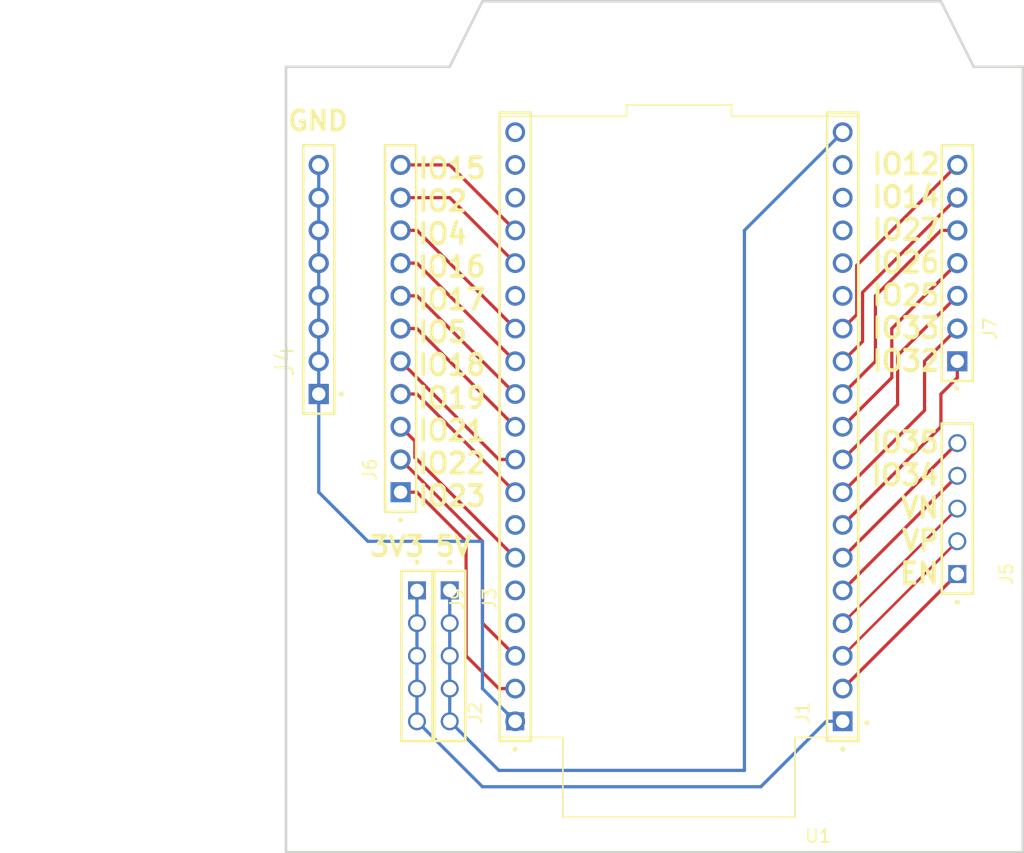
<source format=kicad_pcb>
(kicad_pcb (version 20221018) (generator pcbnew)
  (layers (0 "F.Cu" signal) (31 "B.Cu" signal) (34 "B.Paste" user) (35 "F.Paste" user) (36 "B.SilkS" user "B.Silkscreen") (37 "F.SilkS" user "F.Silkscreen") (38 "B.Mask" user) (39 "F.Mask" user) (44 "Edge.Cuts" user))
  (net 0 "")
  (net 1 "/3V3")
  (net 2 "/EN")
  (net 3 "/VP")
  (net 4 "/VN")
  (net 5 "/34")
  (net 6 "/35")
  (net 7 "/32")
  (net 8 "/33")
  (net 9 "/25")
  (net 10 "/26")
  (net 11 "/27")
  (net 12 "/14")
  (net 13 "/12")
  (net 14 "/GND1")
  (net 15 "/13")
  (net 16 "/D2")
  (net 17 "/D3")
  (net 18 "/CMD")
  (net 19 "/5V")
  (net 20 "/GND3")
  (net 21 "/23")
  (net 22 "/22")
  (net 23 "/TX0")
  (net 24 "/RX0")
  (net 25 "/21")
  (net 26 "/GND2")
  (net 27 "/19")
  (net 28 "/18")
  (net 29 "/5")
  (net 30 "/17")
  (net 31 "/16")
  (net 32 "/4")
  (net 33 "/0")
  (net 34 "/2")
  (net 35 "/15")
  (net 36 "/D1")
  (net 37 "/D0")
  (net 38 "/CLK")
  (footprint "SSW-111-01-X-S:SAMTEC_SSW-111-01-X-S" (layer "F.Cu") (at 133.35 77.47 90)
    (fp_text reference "J6" (at -10.935 -2.385 90) (layer "F.SilkS"))
    (fp_text value "SSW-111-01-X-S")
    (fp_line (start -14.225 -1.205) (end 14.225 -1.205) (stroke (width 0.2)) (layer "F.SilkS"))
    (fp_line (start -14.225 1.205) (end -14.225 -1.205) (stroke (width 0.2)) (layer "F.SilkS"))
    (fp_line (start 14.225 -1.205) (end 14.225 1.205) (stroke (width 0.2)) (layer "F.SilkS"))
    (fp_line (start 14.225 1.205) (end -14.225 1.205) (stroke (width 0.2)) (layer "F.SilkS"))
    (fp_circle (center -14.85 0) (end -14.75 0) (stroke (width 0.2)) (fill none) (layer "F.SilkS"))
    (pad "01" thru_hole rect (at -12.7 0 90) (size 1.56 1.56) (drill 1.04) (layers "*.Cu" "*.Mask") (net 21 "/23"))
    (pad "02" thru_hole circle (at -10.16 0 90) (size 1.56 1.56) (drill 1.04) (layers "*.Cu" "*.Mask") (net 22 "/22"))
    (pad "03" thru_hole circle (at -7.62 0 90) (size 1.56 1.56) (drill 1.04) (layers "*.Cu" "*.Mask") (net 25 "/21"))
    (pad "04" thru_hole circle (at -5.08 0 90) (size 1.56 1.56) (drill 1.04) (layers "*.Cu" "*.Mask") (net 27 "/19"))
    (pad "05" thru_hole circle (at -2.54 0 90) (size 1.56 1.56) (drill 1.04) (layers "*.Cu" "*.Mask") (net 28 "/18"))
    (pad "06" thru_hole circle (at 0 0 90) (size 1.56 1.56) (drill 1.04) (layers "*.Cu" "*.Mask") (net 29 "/5"))
    (pad "07" thru_hole circle (at 2.54 0 90) (size 1.56 1.56) (drill 1.04) (layers "*.Cu" "*.Mask") (net 30 "/17"))
    (pad "08" thru_hole circle (at 5.08 0 90) (size 1.56 1.56) (drill 1.04) (layers "*.Cu" "*.Mask") (net 31 "/16"))
    (pad "09" thru_hole circle (at 7.62 0 90) (size 1.56 1.56) (drill 1.04) (layers "*.Cu" "*.Mask") (net 32 "/4"))
    (pad "10" thru_hole circle (at 10.16 0 90) (size 1.56 1.56) (drill 1.04) (layers "*.Cu" "*.Mask") (net 34 "/2"))
    (pad "11" thru_hole circle (at 12.7 0 90) (size 1.56 1.56) (drill 1.04) (layers "*.Cu" "*.Mask") (net 35 "/15"))
  )
  (footprint "MountingHole:MountingHole_3.2mm_M3" (layer "F.Cu") (at 128.27 106.68 180)
    (fp_text reference "REF**" hide)
    (fp_text value "MountingHole_3.2mm_M3")
    (pad "" np_thru_hole circle (at 0 0 180) (size 3.2 3.2) (drill 3.2) (layers "F&B.Cu" "*.Mask"))
  )
  (footprint "MountingHole:MountingHole_3.2mm_M3" (layer "F.Cu") (at 143.51 55.88 180)
    (fp_text reference "REF**" hide)
    (fp_text value "MountingHole_3.2mm_M3" hide)
    (pad "" np_thru_hole circle (at 0 0 180) (size 3.2 3.2) (drill 3.2) (layers "F&B.Cu" "*.Mask"))
  )
  (footprint "SSW-119-01-G-S:SAMTEC_SSW-119-01-G-S" (layer "F.Cu") (at 142.24 107.95 90)
    (fp_text reference "J2" (at 0.65 -3.0915 90) (layer "F.SilkS"))
    (fp_text value "SSW-119-01-G-S")
    (fp_line (start -1.525 1.2065) (end -1.525 -1.2065) (stroke (width 0.2)) (layer "F.SilkS"))
    (fp_line (start 47.245 -1.2065) (end -1.525 -1.2065) (stroke (width 0.2)) (layer "F.SilkS"))
    (fp_line (start 47.245 -1.2065) (end 47.245 1.2065) (stroke (width 0.2)) (layer "F.SilkS"))
    (fp_line (start 47.245 1.2065) (end -1.525 1.2065) (stroke (width 0.2)) (layer "F.SilkS"))
    (fp_circle (center -2.175 0) (end -2.075 0) (stroke (width 0.2)) (fill none) (layer "F.SilkS"))
    (pad "01" thru_hole rect (at 0 0 90) (size 1.39 1.39) (drill 1.04) (layers "*.Cu" "*.Mask") (net 20 "/GND3"))
    (pad "02" thru_hole circle (at 2.54 0 90) (size 1.39 1.39) (drill 1.04) (layers "*.Cu" "*.Mask") (net 21 "/23"))
    (pad "03" thru_hole circle (at 5.08 0 90) (size 1.39 1.39) (drill 1.04) (layers "*.Cu" "*.Mask") (net 22 "/22"))
    (pad "04" thru_hole circle (at 7.62 0 90) (size 1.39 1.39) (drill 1.04) (layers "*.Cu" "*.Mask") (net 23 "/TX0"))
    (pad "05" thru_hole circle (at 10.16 0 90) (size 1.39 1.39) (drill 1.04) (layers "*.Cu" "*.Mask") (net 24 "/RX0"))
    (pad "06" thru_hole circle (at 12.7 0 90) (size 1.39 1.39) (drill 1.04) (layers "*.Cu" "*.Mask") (net 25 "/21"))
    (pad "07" thru_hole circle (at 15.24 0 90) (size 1.39 1.39) (drill 1.04) (layers "*.Cu" "*.Mask") (net 26 "/GND2"))
    (pad "08" thru_hole circle (at 17.78 0 90) (size 1.39 1.39) (drill 1.04) (layers "*.Cu" "*.Mask") (net 27 "/19"))
    (pad "09" thru_hole circle (at 20.32 0 90) (size 1.39 1.39) (drill 1.04) (layers "*.Cu" "*.Mask") (net 28 "/18"))
    (pad "10" thru_hole circle (at 22.86 0 90) (size 1.39 1.39) (drill 1.04) (layers "*.Cu" "*.Mask") (net 29 "/5"))
    (pad "11" thru_hole circle (at 25.4 0 90) (size 1.39 1.39) (drill 1.04) (layers "*.Cu" "*.Mask") (net 30 "/17"))
    (pad "12" thru_hole circle (at 27.94 0 90) (size 1.39 1.39) (drill 1.04) (layers "*.Cu" "*.Mask") (net 31 "/16"))
    (pad "13" thru_hole circle (at 30.48 0 90) (size 1.39 1.39) (drill 1.04) (layers "*.Cu" "*.Mask") (net 32 "/4"))
    (pad "14" thru_hole circle (at 33.02 0 90) (size 1.39 1.39) (drill 1.04) (layers "*.Cu" "*.Mask") (net 33 "/0"))
    (pad "15" thru_hole circle (at 35.56 0 90) (size 1.39 1.39) (drill 1.04) (layers "*.Cu" "*.Mask") (net 34 "/2"))
    (pad "16" thru_hole circle (at 38.1 0 90) (size 1.39 1.39) (drill 1.04) (layers "*.Cu" "*.Mask") (net 35 "/15"))
    (pad "17" thru_hole circle (at 40.64 0 90) (size 1.39 1.39) (drill 1.04) (layers "*.Cu" "*.Mask") (net 36 "/D1"))
    (pad "18" thru_hole circle (at 43.18 0 90) (size 1.39 1.39) (drill 1.04) (layers "*.Cu" "*.Mask") (net 37 "/D0"))
    (pad "19" thru_hole circle (at 45.72 0 90) (size 1.39 1.39) (drill 1.04) (layers "*.Cu" "*.Mask") (net 38 "/CLK"))
  )
  (footprint "MountingHole:MountingHole_3.2mm_M3" (layer "F.Cu") (at 171.45 55.88 180)
    (fp_text reference "REF**" hide)
    (fp_text value "MountingHole_3.2mm_M3" hide)
    (pad "" np_thru_hole circle (at 0 0 180) (size 3.2 3.2) (drill 3.2) (layers "F&B.Cu" "*.Mask"))
  )
  (footprint "SSW-105-01-G-S:SAMTEC_SSW-105-01-G-S" (layer "F.Cu") (at 137.16 97.79 -90)
    (fp_text reference "J3" (at 0.65 -3.0915 90) (layer "F.SilkS"))
    (fp_text value "SSW-105-01-G-S")
    (fp_line (start -1.525 1.2065) (end -1.525 -1.2065) (stroke (width 0.2)) (layer "F.SilkS"))
    (fp_line (start 11.685 -1.2065) (end -1.525 -1.2065) (stroke (width 0.2)) (layer "F.SilkS"))
    (fp_line (start 11.685 -1.2065) (end 11.685 1.2065) (stroke (width 0.2)) (layer "F.SilkS"))
    (fp_line (start 11.685 1.2065) (end -1.525 1.2065) (stroke (width 0.2)) (layer "F.SilkS"))
    (fp_circle (center -2.175 0) (end -2.075 0) (stroke (width 0.2)) (fill none) (layer "F.SilkS"))
    (pad "01" thru_hole rect (at 0 0 270) (size 1.39 1.39) (drill 1.04) (layers "*.Cu" "*.Mask") (net 19 "/5V"))
    (pad "02" thru_hole circle (at 2.54 0 270) (size 1.39 1.39) (drill 1.04) (layers "*.Cu" "*.Mask") (net 19 "/5V"))
    (pad "03" thru_hole circle (at 5.08 0 270) (size 1.39 1.39) (drill 1.04) (layers "*.Cu" "*.Mask") (net 19 "/5V"))
    (pad "04" thru_hole circle (at 7.62 0 270) (size 1.39 1.39) (drill 1.04) (layers "*.Cu" "*.Mask") (net 19 "/5V"))
    (pad "05" thru_hole circle (at 10.16 0 270) (size 1.39 1.39) (drill 1.04) (layers "*.Cu" "*.Mask") (net 19 "/5V"))
  )
  (footprint "SSW-119-01-G-S:SAMTEC_SSW-119-01-G-S" (layer "F.Cu") (at 167.64 107.95 90)
    (fp_text reference "J1" (at 0.65 -3.0915 90) (layer "F.SilkS"))
    (fp_text value "SSW-119-01-G-S")
    (fp_line (start -1.525 1.2065) (end -1.525 -1.2065) (stroke (width 0.2)) (layer "F.SilkS"))
    (fp_line (start 47.245 -1.2065) (end -1.525 -1.2065) (stroke (width 0.2)) (layer "F.SilkS"))
    (fp_line (start 47.245 -1.2065) (end 47.245 1.2065) (stroke (width 0.2)) (layer "F.SilkS"))
    (fp_line (start 47.245 1.2065) (end -1.525 1.2065) (stroke (width 0.2)) (layer "F.SilkS"))
    (fp_circle (center -2.175 0) (end -2.075 0) (stroke (width 0.2)) (fill none) (layer "F.SilkS"))
    (pad "01" thru_hole rect (at 0 0 90) (size 1.39 1.39) (drill 1.04) (layers "*.Cu" "*.Mask") (net 1 "/3V3"))
    (pad "02" thru_hole circle (at 2.54 0 90) (size 1.39 1.39) (drill 1.04) (layers "*.Cu" "*.Mask") (net 2 "/EN"))
    (pad "03" thru_hole circle (at 5.08 0 90) (size 1.39 1.39) (drill 1.04) (layers "*.Cu" "*.Mask") (net 3 "/VP"))
    (pad "04" thru_hole circle (at 7.62 0 90) (size 1.39 1.39) (drill 1.04) (layers "*.Cu" "*.Mask") (net 4 "/VN"))
    (pad "05" thru_hole circle (at 10.16 0 90) (size 1.39 1.39) (drill 1.04) (layers "*.Cu" "*.Mask") (net 5 "/34"))
    (pad "06" thru_hole circle (at 12.7 0 90) (size 1.39 1.39) (drill 1.04) (layers "*.Cu" "*.Mask") (net 6 "/35"))
    (pad "07" thru_hole circle (at 15.24 0 90) (size 1.39 1.39) (drill 1.04) (layers "*.Cu" "*.Mask") (net 7 "/32"))
    (pad "08" thru_hole circle (at 17.78 0 90) (size 1.39 1.39) (drill 1.04) (layers "*.Cu" "*.Mask") (net 8 "/33"))
    (pad "09" thru_hole circle (at 20.32 0 90) (size 1.39 1.39) (drill 1.04) (layers "*.Cu" "*.Mask") (net 9 "/25"))
    (pad "10" thru_hole circle (at 22.86 0 90) (size 1.39 1.39) (drill 1.04) (layers "*.Cu" "*.Mask") (net 10 "/26"))
    (pad "11" thru_hole circle (at 25.4 0 90) (size 1.39 1.39) (drill 1.04) (layers "*.Cu" "*.Mask") (net 11 "/27"))
    (pad "12" thru_hole circle (at 27.94 0 90) (size 1.39 1.39) (drill 1.04) (layers "*.Cu" "*.Mask") (net 12 "/14"))
    (pad "13" thru_hole circle (at 30.48 0 90) (size 1.39 1.39) (drill 1.04) (layers "*.Cu" "*.Mask") (net 13 "/12"))
    (pad "14" thru_hole circle (at 33.02 0 90) (size 1.39 1.39) (drill 1.04) (layers "*.Cu" "*.Mask") (net 14 "/GND1"))
    (pad "15" thru_hole circle (at 35.56 0 90) (size 1.39 1.39) (drill 1.04) (layers "*.Cu" "*.Mask") (net 15 "/13"))
    (pad "16" thru_hole circle (at 38.1 0 90) (size 1.39 1.39) (drill 1.04) (layers "*.Cu" "*.Mask") (net 16 "/D2"))
    (pad "17" thru_hole circle (at 40.64 0 90) (size 1.39 1.39) (drill 1.04) (layers "*.Cu" "*.Mask") (net 17 "/D3"))
    (pad "18" thru_hole circle (at 43.18 0 90) (size 1.39 1.39) (drill 1.04) (layers "*.Cu" "*.Mask") (net 18 "/CMD"))
    (pad "19" thru_hole circle (at 45.72 0 90) (size 1.39 1.39) (drill 1.04) (layers "*.Cu" "*.Mask") (net 19 "/5V"))
  )
  (footprint "SSW-108-XX-X-S:SAMTEC_SSW-108-XX-X-S" (layer "F.Cu") (at 127 73.66 90)
    (fp_text reference "J4" (at -6.35 -2.639 90) (layer "F.SilkS") (effects (font (size 1.4 1.4))))
    (fp_text value "SSW-108-XX-X-S")
    (fp_line (start -10.415 -1.205) (end 10.415 -1.205) (stroke (width 0.2)) (layer "F.SilkS"))
    (fp_line (start -10.415 1.205) (end -10.415 -1.205) (stroke (width 0.2)) (layer "F.SilkS"))
    (fp_line (start 10.415 -1.205) (end 10.415 1.205) (stroke (width 0.2)) (layer "F.SilkS"))
    (fp_line (start 10.415 1.205) (end -10.415 1.205) (stroke (width 0.2)) (layer "F.SilkS"))
    (fp_circle (center -8.89 1.75) (end -8.79 1.75) (stroke (width 0.2)) (fill none) (layer "F.SilkS"))
    (pad "01" thru_hole rect (at -8.89 0 90) (size 1.56 1.56) (drill 1.04) (layers "*.Cu" "*.Mask") (net 20 "/GND3"))
    (pad "02" thru_hole circle (at -6.35 0 90) (size 1.56 1.56) (drill 1.04) (layers "*.Cu" "*.Mask") (net 20 "/GND3"))
    (pad "03" thru_hole circle (at -3.81 0 90) (size 1.56 1.56) (drill 1.04) (layers "*.Cu" "*.Mask") (net 20 "/GND3"))
    (pad "04" thru_hole circle (at -1.27 0 90) (size 1.56 1.56) (drill 1.04) (layers "*.Cu" "*.Mask") (net 20 "/GND3"))
    (pad "05" thru_hole circle (at 1.27 0 90) (size 1.56 1.56) (drill 1.04) (layers "*.Cu" "*.Mask") (net 20 "/GND3"))
    (pad "06" thru_hole circle (at 3.81 0 90) (size 1.56 1.56) (drill 1.04) (layers "*.Cu" "*.Mask") (net 20 "/GND3"))
    (pad "07" thru_hole circle (at 6.35 0 90) (size 1.56 1.56) (drill 1.04) (layers "*.Cu" "*.Mask") (net 20 "/GND3"))
    (pad "08" thru_hole circle (at 8.89 0 90) (size 1.56 1.56) (drill 1.04) (layers "*.Cu" "*.Mask") (net 20 "/GND3"))
  )
  (footprint "ESP32-DEVKITC:MODULE_ESP32-DEVKITC" (layer "F.Cu") (at 154.94 85.1 180)
    (fp_text reference "U1" (at -10.795 -31.75) (layer "F.SilkS"))
    (fp_text value "ESP32-DEVKITC")
    (fp_line (start -13.95 -24.1) (end -13.95 24.1) (stroke (width 0.127)) (layer "F.SilkS"))
    (fp_line (start -13.95 24.1) (end -4.07 24.1) (stroke (width 0.127)) (layer "F.SilkS"))
    (fp_line (start -9 -30.3) (end 9 -30.3) (stroke (width 0.127)) (layer "F.SilkS"))
    (fp_line (start -9 -24.1) (end -13.95 -24.1) (stroke (width 0.127)) (layer "F.SilkS"))
    (fp_line (start -9 -24.1) (end -9 -30.3) (stroke (width 0.127)) (layer "F.SilkS"))
    (fp_line (start -4.07 24.1) (end -4.07 25) (stroke (width 0.127)) (layer "F.SilkS"))
    (fp_line (start -4.07 25) (end 4.06 25) (stroke (width 0.127)) (layer "F.SilkS"))
    (fp_line (start 4.06 24.1) (end 13.95 24.1) (stroke (width 0.127)) (layer "F.SilkS"))
    (fp_line (start 4.06 25) (end 4.06 24.1) (stroke (width 0.127)) (layer "F.SilkS"))
    (fp_line (start 9 -30.3) (end 9 -24.1) (stroke (width 0.127)) (layer "F.SilkS"))
    (fp_line (start 13.95 -24.1) (end 9 -24.1) (stroke (width 0.127)) (layer "F.SilkS"))
    (fp_line (start 13.95 24.1) (end 13.95 -24.1) (stroke (width 0.127)) (layer "F.SilkS"))
    (fp_circle (center -14.57 -22.97) (end -14.47 -22.97) (stroke (width 0.2)) (fill none) (layer "F.SilkS"))
    (pad "1" thru_hole rect (at -12.7 -22.85 180) (size 1.53 1.53) (drill 1.02) (layers "*.Cu" "*.Mask") (net 1 "/3V3"))
    (pad "2" thru_hole circle (at -12.7 -20.31 180) (size 1.53 1.53) (drill 1.02) (layers "*.Cu" "*.Mask") (net 2 "/EN"))
    (pad "3" thru_hole circle (at -12.7 -17.77 180) (size 1.53 1.53) (drill 1.02) (layers "*.Cu" "*.Mask") (net 3 "/VP"))
    (pad "4" thru_hole circle (at -12.7 -15.23 180) (size 1.53 1.53) (drill 1.02) (layers "*.Cu" "*.Mask") (net 4 "/VN"))
    (pad "5" thru_hole circle (at -12.7 -12.69 180) (size 1.53 1.53) (drill 1.02) (layers "*.Cu" "*.Mask") (net 5 "/34"))
    (pad "6" thru_hole circle (at -12.7 -10.15 180) (size 1.53 1.53) (drill 1.02) (layers "*.Cu" "*.Mask") (net 6 "/35"))
    (pad "7" thru_hole circle (at -12.7 -7.61 180) (size 1.53 1.53) (drill 1.02) (layers "*.Cu" "*.Mask") (net 7 "/32"))
    (pad "8" thru_hole circle (at -12.7 -5.07 180) (size 1.53 1.53) (drill 1.02) (layers "*.Cu" "*.Mask") (net 8 "/33"))
    (pad "9" thru_hole circle (at -12.7 -2.53 180) (size 1.53 1.53) (drill 1.02) (layers "*.Cu" "*.Mask") (net 9 "/25"))
    (pad "10" thru_hole circle (at -12.7 0.01 180) (size 1.53 1.53) (drill 1.02) (layers "*.Cu" "*.Mask") (net 10 "/26"))
    (pad "11" thru_hole circle (at -12.7 2.55 180) (size 1.53 1.53) (drill 1.02) (layers "*.Cu" "*.Mask") (net 11 "/27"))
    (pad "12" thru_hole circle (at -12.7 5.09 180) (size 1.53 1.53) (drill 1.02) (layers "*.Cu" "*.Mask") (net 12 "/14"))
    (pad "13" thru_hole circle (at -12.7 7.63 180) (size 1.53 1.53) (drill 1.02) (layers "*.Cu" "*.Mask") (net 13 "/12"))
    (pad "14" thru_hole circle (at -12.7 10.17 180) (size 1.53 1.53) (drill 1.02) (layers "*.Cu" "*.Mask") (net 14 "/GND1"))
    (pad "15" thru_hole circle (at -12.7 12.71 180) (size 1.53 1.53) (drill 1.02) (layers "*.Cu" "*.Mask") (net 15 "/13"))
    (pad "16" thru_hole circle (at -12.7 15.25 180) (size 1.53 1.53) (drill 1.02) (layers "*.Cu" "*.Mask") (net 16 "/D2"))
    (pad "17" thru_hole circle (at -12.7 17.79 180) (size 1.53 1.53) (drill 1.02) (layers "*.Cu" "*.Mask") (net 17 "/D3"))
    (pad "18" thru_hole circle (at -12.7 20.33 180) (size 1.53 1.53) (drill 1.02) (layers "*.Cu" "*.Mask") (net 18 "/CMD"))
    (pad "19" thru_hole circle (at -12.7 22.87 180) (size 1.53 1.53) (drill 1.02) (layers "*.Cu" "*.Mask") (net 19 "/5V"))
    (pad "20" thru_hole circle (at 12.7 22.87 180) (size 1.53 1.53) (drill 1.02) (layers "*.Cu" "*.Mask") (net 38 "/CLK"))
    (pad "21" thru_hole circle (at 12.7 20.33 180) (size 1.53 1.53) (drill 1.02) (layers "*.Cu" "*.Mask") (net 37 "/D0"))
    (pad "22" thru_hole circle (at 12.7 17.79 180) (size 1.53 1.53) (drill 1.02) (layers "*.Cu" "*.Mask") (net 36 "/D1"))
    (pad "23" thru_hole circle (at 12.7 15.25 180) (size 1.53 1.53) (drill 1.02) (layers "*.Cu" "*.Mask") (net 35 "/15"))
    (pad "24" thru_hole circle (at 12.7 12.71 180) (size 1.53 1.53) (drill 1.02) (layers "*.Cu" "*.Mask") (net 34 "/2"))
    (pad "25" thru_hole circle (at 12.7 10.17 180) (size 1.53 1.53) (drill 1.02) (layers "*.Cu" "*.Mask") (net 33 "/0"))
    (pad "26" thru_hole circle (at 12.7 7.63 180) (size 1.53 1.53) (drill 1.02) (layers "*.Cu" "*.Mask") (net 32 "/4"))
    (pad "27" thru_hole circle (at 12.7 5.09 180) (size 1.53 1.53) (drill 1.02) (layers "*.Cu" "*.Mask") (net 31 "/16"))
    (pad "28" thru_hole circle (at 12.7 2.55 180) (size 1.53 1.53) (drill 1.02) (layers "*.Cu" "*.Mask") (net 30 "/17"))
    (pad "29" thru_hole circle (at 12.7 0.01 180) (size 1.53 1.53) (drill 1.02) (layers "*.Cu" "*.Mask") (net 29 "/5"))
    (pad "30" thru_hole circle (at 12.7 -2.53 180) (size 1.53 1.53) (drill 1.02) (layers "*.Cu" "*.Mask") (net 28 "/18"))
    (pad "31" thru_hole circle (at 12.7 -5.07 180) (size 1.53 1.53) (drill 1.02) (layers "*.Cu" "*.Mask") (net 27 "/19"))
    (pad "32" thru_hole circle (at 12.7 -7.61 180) (size 1.53 1.53) (drill 1.02) (layers "*.Cu" "*.Mask") (net 26 "/GND2"))
    (pad "33" thru_hole circle (at 12.7 -10.15 180) (size 1.53 1.53) (drill 1.02) (layers "*.Cu" "*.Mask") (net 25 "/21"))
    (pad "34" thru_hole circle (at 12.7 -12.69 180) (size 1.53 1.53) (drill 1.02) (layers "*.Cu" "*.Mask") (net 24 "/RX0"))
    (pad "35" thru_hole circle (at 12.7 -15.23 180) (size 1.53 1.53) (drill 1.02) (layers "*.Cu" "*.Mask") (net 23 "/TX0"))
    (pad "36" thru_hole circle (at 12.7 -17.77 180) (size 1.53 1.53) (drill 1.02) (layers "*.Cu" "*.Mask") (net 22 "/22"))
    (pad "37" thru_hole circle (at 12.7 -20.31 180) (size 1.53 1.53) (drill 1.02) (layers "*.Cu" "*.Mask") (net 21 "/23"))
    (pad "38" thru_hole circle (at 12.7 -22.85 180) (size 1.53 1.53) (drill 1.02) (layers "*.Cu" "*.Mask") (net 20 "/GND3"))
  )
  (footprint "MountingHole:MountingHole_3.2mm_M3" (layer "F.Cu") (at 176.53 107.95 180)
    (fp_text reference "REF**" hide)
    (fp_text value "MountingHole_3.2mm_M3" hide)
    (pad "" np_thru_hole circle (at 0 0 180) (size 3.2 3.2) (drill 3.2) (layers "F&B.Cu" "*.Mask"))
  )
  (footprint "SSW-105-01-G-S:SAMTEC_SSW-105-01-G-S" (layer "F.Cu") (at 134.62 97.79 -90)
    (fp_text reference "J9" (at 0.65 -3.0915 90) (layer "F.SilkS"))
    (fp_text value "SSW-105-01-G-S")
    (fp_line (start -1.525 1.2065) (end -1.525 -1.2065) (stroke (width 0.2)) (layer "F.SilkS"))
    (fp_line (start 11.685 -1.2065) (end -1.525 -1.2065) (stroke (width 0.2)) (layer "F.SilkS"))
    (fp_line (start 11.685 -1.2065) (end 11.685 1.2065) (stroke (width 0.2)) (layer "F.SilkS"))
    (fp_line (start 11.685 1.2065) (end -1.525 1.2065) (stroke (width 0.2)) (layer "F.SilkS"))
    (fp_circle (center -2.175 0) (end -2.075 0) (stroke (width 0.2)) (fill none) (layer "F.SilkS"))
    (pad "01" thru_hole rect (at 0 0 270) (size 1.39 1.39) (drill 1.04) (layers "*.Cu" "*.Mask") (net 1 "/3V3"))
    (pad "02" thru_hole circle (at 2.54 0 270) (size 1.39 1.39) (drill 1.04) (layers "*.Cu" "*.Mask") (net 1 "/3V3"))
    (pad "03" thru_hole circle (at 5.08 0 270) (size 1.39 1.39) (drill 1.04) (layers "*.Cu" "*.Mask") (net 1 "/3V3"))
    (pad "04" thru_hole circle (at 7.62 0 270) (size 1.39 1.39) (drill 1.04) (layers "*.Cu" "*.Mask") (net 1 "/3V3"))
    (pad "05" thru_hole circle (at 10.16 0 270) (size 1.39 1.39) (drill 1.04) (layers "*.Cu" "*.Mask") (net 1 "/3V3"))
  )
  (footprint "SSW-107-01-X-S:SAMTEC_SSW-107-01-X-S" (layer "F.Cu") (at 176.53 72.39 90)
    (fp_text reference "J7" (at -5.08 2.54 90) (layer "F.SilkS"))
    (fp_text value "SSW-107-01-X-S")
    (fp_line (start -9.145 -1.205) (end 9.145 -1.205) (stroke (width 0.2)) (layer "F.SilkS"))
    (fp_line (start -9.145 1.205) (end -9.145 -1.205) (stroke (width 0.2)) (layer "F.SilkS"))
    (fp_line (start 9.145 -1.205) (end 9.145 1.205) (stroke (width 0.2)) (layer "F.SilkS"))
    (fp_line (start 9.145 1.205) (end -9.145 1.205) (stroke (width 0.2)) (layer "F.SilkS"))
    (fp_circle (center -9.72 -0.05) (end -9.62 -0.05) (stroke (width 0.2)) (fill none) (layer "F.SilkS"))
    (pad "01" thru_hole rect (at -7.62 0 90) (size 1.56 1.56) (drill 1.04) (layers "*.Cu" "*.Mask") (net 7 "/32"))
    (pad "02" thru_hole circle (at -5.08 0 90) (size 1.56 1.56) (drill 1.04) (layers "*.Cu" "*.Mask") (net 8 "/33"))
    (pad "03" thru_hole circle (at -2.54 0 90) (size 1.56 1.56) (drill 1.04) (layers "*.Cu" "*.Mask") (net 9 "/25"))
    (pad "04" thru_hole circle (at 0 0 90) (size 1.56 1.56) (drill 1.04) (layers "*.Cu" "*.Mask") (net 10 "/26"))
    (pad "05" thru_hole circle (at 2.54 0 90) (size 1.56 1.56) (drill 1.04) (layers "*.Cu" "*.Mask") (net 11 "/27"))
    (pad "06" thru_hole circle (at 5.08 0 90) (size 1.56 1.56) (drill 1.04) (layers "*.Cu" "*.Mask") (net 12 "/14"))
    (pad "07" thru_hole circle (at 7.62 0 90) (size 1.56 1.56) (drill 1.04) (layers "*.Cu" "*.Mask") (net 13 "/12"))
  )
  (footprint "SSW-105-01-G-S:SAMTEC_SSW-105-01-G-S" (layer "F.Cu") (at 176.53 96.52 90)
    (fp_text reference "J5" (at 0 3.81 90) (layer "F.SilkS"))
    (fp_text value "SSW-105-01-G-S")
    (fp_line (start -1.525 1.2065) (end -1.525 -1.2065) (stroke (width 0.2)) (layer "F.SilkS"))
    (fp_line (start 11.685 -1.2065) (end -1.525 -1.2065) (stroke (width 0.2)) (layer "F.SilkS"))
    (fp_line (start 11.685 -1.2065) (end 11.685 1.2065) (stroke (width 0.2)) (layer "F.SilkS"))
    (fp_line (start 11.685 1.2065) (end -1.525 1.2065) (stroke (width 0.2)) (layer "F.SilkS"))
    (fp_circle (center -2.175 0) (end -2.075 0) (stroke (width 0.2)) (fill none) (layer "F.SilkS"))
    (pad "01" thru_hole rect (at 0 0 90) (size 1.39 1.39) (drill 1.04) (layers "*.Cu" "*.Mask") (net 2 "/EN"))
    (pad "02" thru_hole circle (at 2.54 0 90) (size 1.39 1.39) (drill 1.04) (layers "*.Cu" "*.Mask") (net 3 "/VP"))
    (pad "03" thru_hole circle (at 5.08 0 90) (size 1.39 1.39) (drill 1.04) (layers "*.Cu" "*.Mask") (net 4 "/VN"))
    (pad "04" thru_hole circle (at 7.62 0 90) (size 1.39 1.39) (drill 1.04) (layers "*.Cu" "*.Mask") (net 5 "/34"))
    (pad "05" thru_hole circle (at 10.16 0 90) (size 1.39 1.39) (drill 1.04) (layers "*.Cu" "*.Mask") (net 6 "/35"))
  )
  (gr_line (start 124.46 57.15) (end 124.46 62.23) (stroke (width 0.2)) (layer "Edge.Cuts"))
  (gr_line (start 181.61 118.11) (end 124.46 118.11) (stroke (width 0.2)) (layer "Edge.Cuts"))
  (gr_line (start 181.61 57.15) (end 177.8 57.15) (stroke (width 0.2)) (layer "Edge.Cuts"))
  (gr_line (start 175.26 52.07) (end 177.8 57.15) (stroke (width 0.2)) (layer "Edge.Cuts"))
  (gr_line (start 124.46 113.03) (end 124.46 118.11) (stroke (width 0.2)) (layer "Edge.Cuts"))
  (gr_line (start 181.61 113.03) (end 181.61 57.15) (stroke (width 0.2)) (layer "Edge.Cuts"))
  (gr_line (start 139.7 52.07) (end 175.26 52.07) (stroke (width 0.2)) (layer "Edge.Cuts"))
  (gr_line (start 124.46 62.23) (end 124.46 113.03) (stroke (width 0.2)) (layer "Edge.Cuts"))
  (gr_line (start 181.61 113.03) (end 181.61 118.11) (stroke (width 0.2)) (layer "Edge.Cuts"))
  (gr_line (start 139.7 52.07) (end 137.16 57.15) (stroke (width 0.2)) (layer "Edge.Cuts"))
  (gr_line (start 137.16 57.15) (end 124.46 57.15) (stroke (width 0.2)) (layer "Edge.Cuts"))
  (gr_text "IO35\nIO34\nVN\nVP\nEN" (at 175.26 97.4) (layer "F.SilkS") (effects (font (size 1.58 1.5) (thickness 0.3) bold) (justify right bottom)))
  (gr_text "IO15\nIO2\nIO4\nIO16\nIO17\nIO5\nIO18\nIO19\nIO21\nIO22\nIO23\n" (at 134.555 91.4) (layer "F.SilkS") (effects (font (size 1.58 1.5) (thickness 0.3) bold) (justify left bottom)))
  (gr_text "IO12\nIO14\nIO27\nIO26\nIO25\nIO33\nIO32" (at 175.325 80.9) (layer "F.SilkS") (effects (font (size 1.58 1.5) (thickness 0.3) bold) (justify right bottom)))
  (gr_text "5V" (at 135.89 95.25) (layer "F.SilkS") (effects (font (size 1.5 1.5) (thickness 0.3) bold) (justify left bottom)))
  (gr_text "GND" (at 124.46 62.23) (layer "F.SilkS") (effects (font (size 1.5 1.5) (thickness 0.3) bold) (justify left bottom)))
  (gr_text "3V3" (at 130.81 95.25) (layer "F.SilkS") (effects (font (size 1.5 1.5) (thickness 0.3) bold) (justify left bottom)))
  (segment (start 139.7 113.03) (end 134.62 107.95) (width 0.25) (layer "B.Cu") (net 1))
  (segment (start 134.62 107.95) (end 134.62 97.79) (width 0.25) (layer "B.Cu") (net 1))
  (segment (start 167.64 107.95) (end 166.37 107.95) (width 0.25) (layer "B.Cu") (net 1))
  (segment (start 166.37 107.95) (end 161.29 113.03) (width 0.25) (layer "B.Cu") (net 1))
  (segment (start 161.29 113.03) (end 139.7 113.03) (width 0.25) (layer "B.Cu") (net 1))
  (segment (start 176.53 96.52) (end 167.64 105.41) (width 0.25) (layer "F.Cu") (net 2))
  (segment (start 176.53 93.98) (end 167.64 102.87) (width 0.2) (layer "F.Cu") (net 3))
  (segment (start 176.53 91.44) (end 167.64 100.33) (width 0.2) (layer "F.Cu") (net 4))
  (segment (start 176.53 88.9) (end 167.64 97.79) (width 0.25) (layer "F.Cu") (net 5))
  (segment (start 176.53 86.36) (end 167.64 95.25) (width 0.25) (layer "F.Cu") (net 6))
  (segment (start 175.26 82.55) (end 175.26 85.09) (width 0.25) (layer "F.Cu") (net 7))
  (segment (start 176.53 80.01) (end 176.53 81.28) (width 0.25) (layer "F.Cu") (net 7))
  (segment (start 175.26 85.09) (end 167.64 92.71) (width 0.25) (layer "F.Cu") (net 7))
  (segment (start 176.53 81.28) (end 175.26 82.55) (width 0.25) (layer "F.Cu") (net 7))
  (segment (start 173.99 80.01) (end 173.99 83.82) (width 0.25) (layer "F.Cu") (net 8))
  (segment (start 173.99 83.82) (end 167.64 90.17) (width 0.25) (layer "F.Cu") (net 8))
  (segment (start 176.53 77.47) (end 173.99 80.01) (width 0.25) (layer "F.Cu") (net 8))
  (segment (start 171.9 79.56) (end 171.9 83.37) (width 0.25) (layer "F.Cu") (net 9))
  (segment (start 171.9 83.37) (end 167.64 87.63) (width 0.25) (layer "F.Cu") (net 9))
  (segment (start 176.53 74.93) (end 171.9 79.56) (width 0.25) (layer "F.Cu") (net 9))
  (segment (start 176.53 72.39) (end 171.45 77.47) (width 0.25) (layer "F.Cu") (net 10))
  (segment (start 171.45 77.47) (end 171.45 81.28) (width 0.25) (layer "F.Cu") (net 10))
  (segment (start 171.45 81.28) (end 167.64 85.09) (width 0.25) (layer "F.Cu") (net 10))
  (segment (start 175.26 69.85) (end 176.53 69.85) (width 0.25) (layer "F.Cu") (net 11))
  (segment (start 170.18 80.01) (end 170.18 74.93) (width 0.25) (layer "F.Cu") (net 11))
  (segment (start 170.18 74.93) (end 175.26 69.85) (width 0.25) (layer "F.Cu") (net 11))
  (segment (start 167.64 82.55) (end 170.18 80.01) (width 0.25) (layer "F.Cu") (net 11))
  (segment (start 169.18 74.66) (end 169.18 78.47) (width 0.25) (layer "F.Cu") (net 12))
  (segment (start 169.18 78.47) (end 167.64 80.01) (width 0.25) (layer "F.Cu") (net 12))
  (segment (start 176.53 67.31) (end 169.18 74.66) (width 0.25) (layer "F.Cu") (net 12))
  (segment (start 168.73 72.57) (end 168.73 76.38) (width 0.25) (layer "F.Cu") (net 13))
  (segment (start 176.53 64.77) (end 168.73 72.57) (width 0.25) (layer "F.Cu") (net 13))
  (segment (start 168.73 76.38) (end 167.64 77.47) (width 0.25) (layer "F.Cu") (net 13))
  (segment (start 140.97 111.76) (end 137.16 107.95) (width 0.25) (layer "B.Cu") (net 19))
  (segment (start 167.64 62.23) (end 160.02 69.85) (width 0.25) (layer "B.Cu") (net 19))
  (segment (start 137.16 107.95) (end 137.16 97.79) (width 0.25) (layer "B.Cu") (net 19))
  (segment (start 160.02 111.76) (end 140.97 111.76) (width 0.25) (layer "B.Cu") (net 19))
  (segment (start 160.02 69.85) (end 160.02 111.76) (width 0.25) (layer "B.Cu") (net 19))
  (segment (start 139.7 105.41) (end 139.7 93.98) (width 0.25) (layer "B.Cu") (net 20))
  (segment (start 130.81 93.98) (end 127 90.17) (width 0.25) (layer "B.Cu") (net 20))
  (segment (start 142.24 107.95) (end 139.7 105.41) (width 0.25) (layer "B.Cu") (net 20))
  (segment (start 139.7 93.98) (end 130.81 93.98) (width 0.25) (layer "B.Cu") (net 20))
  (segment (start 127 90.17) (end 127 64.77) (width 0.25) (layer "B.Cu") (net 20))
  (segment (start 134.62 90.17) (end 138.43 93.98) (width 0.25) (layer "F.Cu") (net 21))
  (segment (start 138.43 93.98) (end 138.43 102.87) (width 0.25) (layer "F.Cu") (net 21))
  (segment (start 138.43 102.87) (end 140.97 105.41) (width 0.25) (layer "F.Cu") (net 21))
  (segment (start 133.35 90.17) (end 134.62 90.17) (width 0.25) (layer "F.Cu") (net 21))
  (segment (start 140.97 105.41) (end 142.24 105.41) (width 0.25) (layer "F.Cu") (net 21))
  (segment (start 139.7 100.33) (end 142.24 102.87) (width 0.25) (layer "F.Cu") (net 22))
  (segment (start 133.35 87.63) (end 139.7 93.98) (width 0.25) (layer "F.Cu") (net 22))
  (segment (start 139.7 93.98) (end 139.7 100.33) (width 0.25) (layer "F.Cu") (net 22))
  (segment (start 133.35 85.09) (end 134.455 86.195) (width 0.25) (layer "F.Cu") (net 25))
  (segment (start 134.455 87.465) (end 142.24 95.25) (width 0.25) (layer "F.Cu") (net 25))
  (segment (start 134.455 86.195) (end 134.455 87.465) (width 0.25) (layer "F.Cu") (net 25))
  (segment (start 134.62 82.55) (end 142.24 90.17) (width 0.25) (layer "F.Cu") (net 27))
  (segment (start 133.35 82.55) (end 134.62 82.55) (width 0.25) (layer "F.Cu") (net 27))
  (segment (start 140.97 87.63) (end 142.24 87.63) (width 0.25) (layer "F.Cu") (net 28))
  (segment (start 133.35 80.01) (end 140.97 87.63) (width 0.25) (layer "F.Cu") (net 28))
  (segment (start 134.62 77.47) (end 142.24 85.09) (width 0.25) (layer "F.Cu") (net 29))
  (segment (start 133.35 77.47) (end 134.62 77.47) (width 0.25) (layer "F.Cu") (net 29))
  (segment (start 133.35 74.93) (end 134.62 74.93) (width 0.25) (layer "F.Cu") (net 30))
  (segment (start 134.62 74.93) (end 142.24 82.55) (width 0.25) (layer "F.Cu") (net 30))
  (segment (start 134.62 72.39) (end 142.24 80.01) (width 0.25) (layer "F.Cu") (net 31))
  (segment (start 133.35 72.39) (end 134.62 72.39) (width 0.25) (layer "F.Cu") (net 31))
  (segment (start 133.35 69.85) (end 134.62 69.85) (width 0.25) (layer "F.Cu") (net 32))
  (segment (start 134.62 69.85) (end 142.24 77.47) (width 0.25) (layer "F.Cu") (net 32))
  (segment (start 133.35 67.31) (end 137.16 67.31) (width 0.25) (layer "F.Cu") (net 34))
  (segment (start 137.16 67.31) (end 142.24 72.39) (width 0.25) (layer "F.Cu") (net 34))
  (segment (start 137.16 64.77) (end 142.24 69.85) (width 0.25) (layer "F.Cu") (net 35))
  (segment (start 133.35 64.77) (end 137.16 64.77) (width 0.25) (layer "F.Cu") (net 35))
)
</source>
